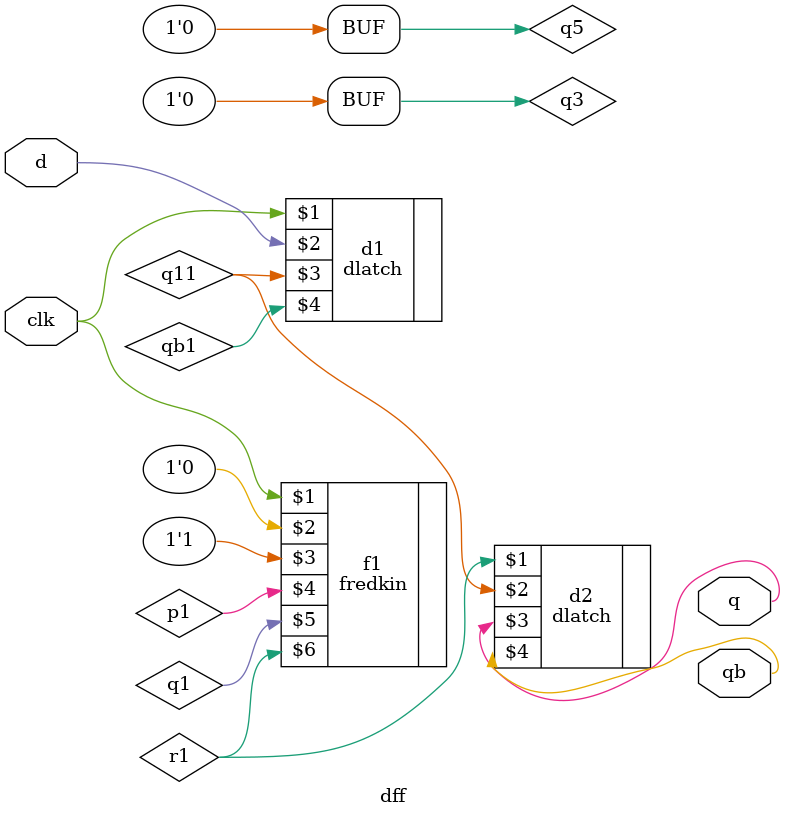
<source format=v>
`timescale 1ns / 1ps
module dff(clk,d,q,qb);

input clk,d;
output q,qb;
reg q3=0;
reg q5=0;

//fredkin f1(clk,1'b0,1'b1,p1,q1,r1);
//fredkin f2(p1,d,q3,p2,q2,r2);
//fredkin f3(r2,1'b0,1'b1,p3,q3,r3);
//fredkin f4(r1,p3,q5,p4,q4,r4);
//fredkin f5(r4,1'b0,1'b1,q,q5,qb);

dlatch  d1 (clk,d,q11,qb1);
fredkin f1 (clk,1'b0,1'b1,p1,q1,r1);
dlatch  d2 (r1,q11,q,qb);

endmodule

</source>
